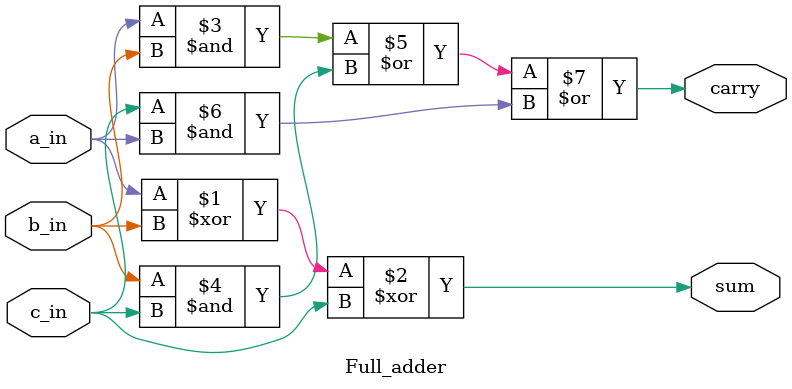
<source format=v>
`timescale 1ns / 1ps
module Full_adder(
    input a_in, b_in,c_in,
    output sum,carry
    );

	assign sum = a_in ^ b_in ^ c_in;
	assign carry = (a_in & b_in) | (b_in & c_in)| (c_in & a_in);
endmodule

</source>
